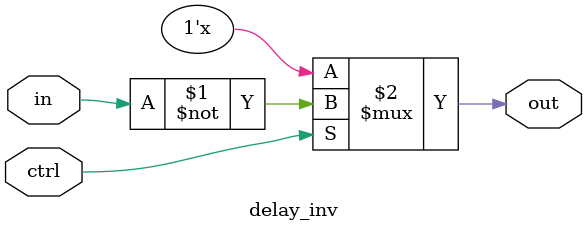
<source format=v>
module delay_inv(out, in, ctrl);
  input in, ctrl;
  output out;
  
  notif1 n1(out,in,ctrl);
endmodule

</source>
